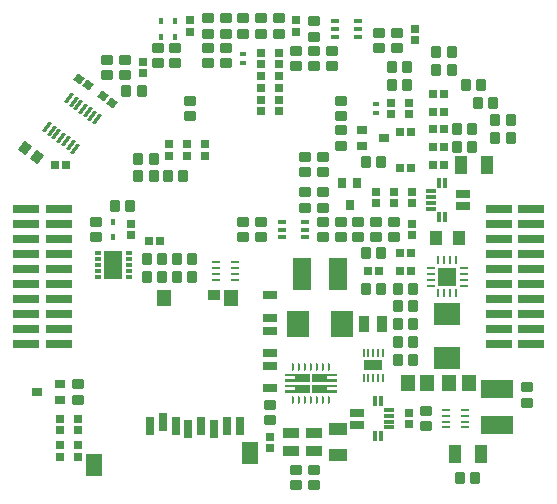
<source format=gbp>
G04*
G04 #@! TF.GenerationSoftware,Altium Limited,Altium Designer,24.4.1 (13)*
G04*
G04 Layer_Color=128*
%FSLAX44Y44*%
%MOMM*%
G71*
G04*
G04 #@! TF.SameCoordinates,80C5A69E-986F-416B-A988-7B454DC68AB1*
G04*
G04*
G04 #@! TF.FilePolarity,Positive*
G04*
G01*
G75*
G04:AMPARAMS|DCode=20|XSize=0.95mm|YSize=0.8mm|CornerRadius=0.1mm|HoleSize=0mm|Usage=FLASHONLY|Rotation=180.000|XOffset=0mm|YOffset=0mm|HoleType=Round|Shape=RoundedRectangle|*
%AMROUNDEDRECTD20*
21,1,0.9500,0.6000,0,0,180.0*
21,1,0.7500,0.8000,0,0,180.0*
1,1,0.2000,-0.3750,0.3000*
1,1,0.2000,0.3750,0.3000*
1,1,0.2000,0.3750,-0.3000*
1,1,0.2000,-0.3750,-0.3000*
%
%ADD20ROUNDEDRECTD20*%
G04:AMPARAMS|DCode=21|XSize=0.95mm|YSize=0.8mm|CornerRadius=0.1mm|HoleSize=0mm|Usage=FLASHONLY|Rotation=90.000|XOffset=0mm|YOffset=0mm|HoleType=Round|Shape=RoundedRectangle|*
%AMROUNDEDRECTD21*
21,1,0.9500,0.6000,0,0,90.0*
21,1,0.7500,0.8000,0,0,90.0*
1,1,0.2000,0.3000,0.3750*
1,1,0.2000,0.3000,-0.3750*
1,1,0.2000,-0.3000,-0.3750*
1,1,0.2000,-0.3000,0.3750*
%
%ADD21ROUNDEDRECTD21*%
%ADD29R,0.6725X0.7154*%
%ADD32R,0.7154X0.6725*%
%ADD66R,0.4000X0.4800*%
%ADD67R,0.9000X0.7000*%
%ADD68R,0.7000X0.9000*%
%ADD69R,1.5000X1.0000*%
%ADD70R,1.0000X1.5000*%
%ADD71R,0.5500X0.3500*%
%ADD72R,1.6200X2.4000*%
G04:AMPARAMS|DCode=74|XSize=0.24mm|YSize=0.6mm|CornerRadius=0.12mm|HoleSize=0mm|Usage=FLASHONLY|Rotation=0.000|XOffset=0mm|YOffset=0mm|HoleType=Round|Shape=RoundedRectangle|*
%AMROUNDEDRECTD74*
21,1,0.2400,0.3600,0,0,0.0*
21,1,0.0000,0.6000,0,0,0.0*
1,1,0.2400,0.0000,-0.1800*
1,1,0.2400,0.0000,-0.1800*
1,1,0.2400,0.0000,0.1800*
1,1,0.2400,0.0000,0.1800*
%
%ADD74ROUNDEDRECTD74*%
%ADD75R,0.8000X0.4000*%
%ADD76R,0.8000X1.5000*%
%ADD77R,1.3000X1.4000*%
%ADD78R,1.0000X0.9500*%
%ADD79R,1.4000X1.9000*%
G04:AMPARAMS|DCode=80|XSize=0.7154mm|YSize=0.6725mm|CornerRadius=0mm|HoleSize=0mm|Usage=FLASHONLY|Rotation=143.000|XOffset=0mm|YOffset=0mm|HoleType=Round|Shape=Rectangle|*
%AMROTATEDRECTD80*
4,1,4,0.4880,0.0533,0.0833,-0.4838,-0.4880,-0.0533,-0.0833,0.4838,0.4880,0.0533,0.0*
%
%ADD80ROTATEDRECTD80*%

G04:AMPARAMS|DCode=81|XSize=0.95mm|YSize=0.8mm|CornerRadius=0.1mm|HoleSize=0mm|Usage=FLASHONLY|Rotation=53.000|XOffset=0mm|YOffset=0mm|HoleType=Round|Shape=RoundedRectangle|*
%AMROUNDEDRECTD81*
21,1,0.9500,0.6000,0,0,53.0*
21,1,0.7500,0.8000,0,0,53.0*
1,1,0.2000,0.4653,0.1189*
1,1,0.2000,0.0139,-0.4800*
1,1,0.2000,-0.4653,-0.1189*
1,1,0.2000,-0.0139,0.4800*
%
%ADD81ROUNDEDRECTD81*%
G04:AMPARAMS|DCode=82|XSize=0.9779mm|YSize=0.3048mm|CornerRadius=0mm|HoleSize=0mm|Usage=FLASHONLY|Rotation=233.000|XOffset=0mm|YOffset=0mm|HoleType=Round|Shape=Rectangle|*
%AMROTATEDRECTD82*
4,1,4,0.1725,0.4822,0.4160,0.2988,-0.1725,-0.4822,-0.4160,-0.2988,0.1725,0.4822,0.0*
%
%ADD82ROTATEDRECTD82*%

%ADD83R,0.7112X0.2286*%
%ADD84R,1.6000X2.7000*%
%ADD85R,0.8500X0.3000*%
%ADD86R,0.3000X0.8500*%
%ADD88R,2.2860X1.8545*%
%ADD89R,1.2546X1.4562*%
%ADD90R,1.0000X1.2500*%
G04:AMPARAMS|DCode=91|XSize=0.25mm|YSize=0.6mm|CornerRadius=0.05mm|HoleSize=0mm|Usage=FLASHONLY|Rotation=0.000|XOffset=0mm|YOffset=0mm|HoleType=Round|Shape=RoundedRectangle|*
%AMROUNDEDRECTD91*
21,1,0.2500,0.5000,0,0,0.0*
21,1,0.1500,0.6000,0,0,0.0*
1,1,0.1000,0.0750,-0.2500*
1,1,0.1000,-0.0750,-0.2500*
1,1,0.1000,-0.0750,0.2500*
1,1,0.1000,0.0750,0.2500*
%
%ADD91ROUNDEDRECTD91*%
G04:AMPARAMS|DCode=92|XSize=0.25mm|YSize=0.6mm|CornerRadius=0.05mm|HoleSize=0mm|Usage=FLASHONLY|Rotation=90.000|XOffset=0mm|YOffset=0mm|HoleType=Round|Shape=RoundedRectangle|*
%AMROUNDEDRECTD92*
21,1,0.2500,0.5000,0,0,90.0*
21,1,0.1500,0.6000,0,0,90.0*
1,1,0.1000,0.2500,0.0750*
1,1,0.1000,0.2500,-0.0750*
1,1,0.1000,-0.2500,-0.0750*
1,1,0.1000,-0.2500,0.0750*
%
%ADD92ROUNDEDRECTD92*%
%ADD94R,2.7000X1.6000*%
%ADD95R,1.3500X0.9500*%
G04:AMPARAMS|DCode=96|XSize=1.5mm|YSize=0.9mm|CornerRadius=0.0495mm|HoleSize=0mm|Usage=FLASHONLY|Rotation=180.000|XOffset=0mm|YOffset=0mm|HoleType=Round|Shape=RoundedRectangle|*
%AMROUNDEDRECTD96*
21,1,1.5000,0.8010,0,0,180.0*
21,1,1.4010,0.9000,0,0,180.0*
1,1,0.0990,-0.7005,0.4005*
1,1,0.0990,0.7005,0.4005*
1,1,0.0990,0.7005,-0.4005*
1,1,0.0990,-0.7005,-0.4005*
%
%ADD96ROUNDEDRECTD96*%
G04:AMPARAMS|DCode=97|XSize=0.23mm|YSize=0.7mm|CornerRadius=0.0495mm|HoleSize=0mm|Usage=FLASHONLY|Rotation=180.000|XOffset=0mm|YOffset=0mm|HoleType=Round|Shape=RoundedRectangle|*
%AMROUNDEDRECTD97*
21,1,0.2300,0.6011,0,0,180.0*
21,1,0.1311,0.7000,0,0,180.0*
1,1,0.0989,-0.0656,0.3005*
1,1,0.0989,0.0656,0.3005*
1,1,0.0989,0.0656,-0.3005*
1,1,0.0989,-0.0656,-0.3005*
%
%ADD97ROUNDEDRECTD97*%
%ADD98R,0.9500X1.3500*%
%ADD99R,1.3000X0.7000*%
%ADD100R,1.8545X2.2860*%
%ADD101R,0.5000X0.4000*%
%ADD102R,2.2200X0.7400*%
%ADD103R,1.3000X0.8000*%
G04:AMPARAMS|DCode=123|XSize=1.55mm|YSize=1.55mm|CornerRadius=0.0465mm|HoleSize=0mm|Usage=FLASHONLY|Rotation=90.000|XOffset=0mm|YOffset=0mm|HoleType=Round|Shape=RoundedRectangle|*
%AMROUNDEDRECTD123*
21,1,1.5500,1.4570,0,0,90.0*
21,1,1.4570,1.5500,0,0,90.0*
1,1,0.0930,0.7285,0.7285*
1,1,0.0930,0.7285,-0.7285*
1,1,0.0930,-0.7285,-0.7285*
1,1,0.0930,-0.7285,0.7285*
%
%ADD123ROUNDEDRECTD123*%
G36*
X26500Y-82100D02*
X5500D01*
Y-84100D01*
X14000D01*
Y-86700D01*
X5500D01*
Y-88700D01*
X26500D01*
Y-82100D01*
D02*
G37*
G36*
Y-91300D02*
X5500D01*
Y-93300D01*
X14000D01*
Y-95900D01*
X5500D01*
Y-97900D01*
X26500D01*
Y-91300D01*
D02*
G37*
G36*
X28500Y-88700D02*
X49500D01*
Y-86700D01*
X41000D01*
Y-84100D01*
X49500D01*
Y-82100D01*
X28500D01*
Y-88700D01*
D02*
G37*
G36*
Y-97900D02*
X49500D01*
Y-95900D01*
X41000D01*
Y-93300D01*
X49500D01*
Y-91300D01*
X28500D01*
Y-97900D01*
D02*
G37*
D20*
X-102500Y181000D02*
D03*
Y194000D02*
D03*
X-87500Y181000D02*
D03*
Y194000D02*
D03*
X-45000D02*
D03*
Y181000D02*
D03*
X-145000Y171000D02*
D03*
Y184000D02*
D03*
X52500Y136000D02*
D03*
Y149000D02*
D03*
X15000Y-163500D02*
D03*
Y-176500D02*
D03*
X30000Y-176500D02*
D03*
Y-163500D02*
D03*
X-60000Y181000D02*
D03*
Y194000D02*
D03*
X15000Y178500D02*
D03*
Y191500D02*
D03*
X30000Y191500D02*
D03*
Y178500D02*
D03*
X30000Y216500D02*
D03*
Y203500D02*
D03*
X-155000Y33500D02*
D03*
Y46500D02*
D03*
X37500Y88500D02*
D03*
Y101500D02*
D03*
X22500Y101500D02*
D03*
Y88500D02*
D03*
X-75000Y149000D02*
D03*
Y136000D02*
D03*
X-170000Y-91000D02*
D03*
Y-104000D02*
D03*
X-45000Y206000D02*
D03*
Y219000D02*
D03*
X-30000Y206000D02*
D03*
Y219000D02*
D03*
X-60000Y206000D02*
D03*
Y219000D02*
D03*
X-15000Y206000D02*
D03*
Y219000D02*
D03*
X0Y206000D02*
D03*
Y219000D02*
D03*
X210000Y-106500D02*
D03*
Y-93500D02*
D03*
X22500Y58500D02*
D03*
Y71500D02*
D03*
X-30000Y46500D02*
D03*
Y33500D02*
D03*
X37500Y58500D02*
D03*
Y71500D02*
D03*
X-15000Y46500D02*
D03*
Y33500D02*
D03*
X37500Y46500D02*
D03*
Y33500D02*
D03*
X45000Y191500D02*
D03*
Y178500D02*
D03*
X125000Y-113500D02*
D03*
Y-126500D02*
D03*
X-7500Y-108500D02*
D03*
Y-121500D02*
D03*
X-130000Y171000D02*
D03*
Y184000D02*
D03*
X52500Y111000D02*
D03*
Y124000D02*
D03*
Y46500D02*
D03*
Y33500D02*
D03*
X67500Y33500D02*
D03*
Y46500D02*
D03*
X85000Y206500D02*
D03*
Y193500D02*
D03*
X100000Y206500D02*
D03*
Y193500D02*
D03*
X82500Y33500D02*
D03*
Y46500D02*
D03*
X97500Y46500D02*
D03*
Y33500D02*
D03*
D21*
X-119000Y100000D02*
D03*
X-106000D02*
D03*
X-81000Y85000D02*
D03*
X-94000D02*
D03*
X-106000D02*
D03*
X-119000D02*
D03*
X168500Y147500D02*
D03*
X181500D02*
D03*
X-73500Y0D02*
D03*
X-86500D02*
D03*
X-73500Y15000D02*
D03*
X-86500D02*
D03*
X164000Y125000D02*
D03*
X151000D02*
D03*
X151000Y110000D02*
D03*
X164000D02*
D03*
X96000Y162500D02*
D03*
X109000D02*
D03*
X96000Y177500D02*
D03*
X109000D02*
D03*
X-126000Y60000D02*
D03*
X-139000D02*
D03*
X86500Y-10000D02*
D03*
X73500D02*
D03*
X153500Y-170000D02*
D03*
X166500D02*
D03*
X114000Y-70000D02*
D03*
X101000D02*
D03*
X101000Y-25000D02*
D03*
X114000D02*
D03*
X101000Y-10000D02*
D03*
X114000D02*
D03*
X114000Y-40000D02*
D03*
X101000D02*
D03*
X114000Y-55000D02*
D03*
X101000D02*
D03*
X86500Y20000D02*
D03*
X73500D02*
D03*
X73500Y97500D02*
D03*
X86500D02*
D03*
X-116000Y157500D02*
D03*
X-129000D02*
D03*
X133500Y175000D02*
D03*
X146500D02*
D03*
X133500Y190000D02*
D03*
X146500D02*
D03*
X196500Y132500D02*
D03*
X183500D02*
D03*
X196500Y117500D02*
D03*
X183500D02*
D03*
X171500Y162500D02*
D03*
X158500D02*
D03*
X-111500Y0D02*
D03*
X-98500D02*
D03*
X-111500Y15000D02*
D03*
X-98500D02*
D03*
D29*
X97500Y62714D02*
D03*
Y72286D02*
D03*
X-92500Y102714D02*
D03*
Y112286D02*
D03*
X-185000Y-142714D02*
D03*
Y-152286D02*
D03*
X-170000Y-142714D02*
D03*
Y-152286D02*
D03*
X-185000Y-129786D02*
D03*
Y-120214D02*
D03*
X-170000Y-129786D02*
D03*
Y-120214D02*
D03*
X112500Y62714D02*
D03*
Y72286D02*
D03*
X-7500Y-135214D02*
D03*
Y-144786D02*
D03*
X110000Y-124786D02*
D03*
Y-115214D02*
D03*
X15000Y207714D02*
D03*
Y217286D02*
D03*
X-15000Y140214D02*
D03*
Y149786D02*
D03*
X0Y140214D02*
D03*
Y149786D02*
D03*
X-62500Y112286D02*
D03*
Y102714D02*
D03*
X-77500Y112286D02*
D03*
Y102714D02*
D03*
X-75000Y207714D02*
D03*
Y217286D02*
D03*
X0Y180214D02*
D03*
Y189786D02*
D03*
Y169786D02*
D03*
Y160214D02*
D03*
X-15000Y169786D02*
D03*
Y160214D02*
D03*
Y180214D02*
D03*
Y189786D02*
D03*
X-115000Y172714D02*
D03*
Y182286D02*
D03*
X110000Y147286D02*
D03*
Y137714D02*
D03*
X95000Y147286D02*
D03*
Y137714D02*
D03*
X82500Y72286D02*
D03*
Y62714D02*
D03*
X112500Y35214D02*
D03*
Y44786D02*
D03*
X115000Y209786D02*
D03*
Y200214D02*
D03*
X-125000Y35214D02*
D03*
Y44786D02*
D03*
D32*
X139786Y95000D02*
D03*
X130214D02*
D03*
X102714Y5000D02*
D03*
X112286D02*
D03*
X112286Y20000D02*
D03*
X102714D02*
D03*
X75214Y5000D02*
D03*
X84786D02*
D03*
X130214Y110000D02*
D03*
X139786D02*
D03*
X102714Y92500D02*
D03*
X112286D02*
D03*
X130214Y125000D02*
D03*
X139786D02*
D03*
X130214Y140000D02*
D03*
X139786D02*
D03*
X112286Y122500D02*
D03*
X102714D02*
D03*
X130214Y155000D02*
D03*
X139786D02*
D03*
X-189786Y95000D02*
D03*
X-180214D02*
D03*
X-109786Y30000D02*
D03*
X-100214D02*
D03*
D66*
X-100000Y216600D02*
D03*
Y203400D02*
D03*
X-87500Y216600D02*
D03*
Y203400D02*
D03*
X-140000Y33400D02*
D03*
Y46600D02*
D03*
D67*
X89500Y117500D02*
D03*
X70500Y124000D02*
D03*
Y111000D02*
D03*
X-185500Y-91000D02*
D03*
Y-104000D02*
D03*
X-204500Y-97500D02*
D03*
D68*
X53500Y79500D02*
D03*
X66500D02*
D03*
X60000Y60500D02*
D03*
D69*
X50000Y-129000D02*
D03*
Y-151000D02*
D03*
D70*
X149000Y-150000D02*
D03*
X171000D02*
D03*
X154000Y95000D02*
D03*
X176000D02*
D03*
D71*
X-152850Y0D02*
D03*
Y5000D02*
D03*
Y10000D02*
D03*
Y15000D02*
D03*
Y20000D02*
D03*
X-127150Y0D02*
D03*
Y5000D02*
D03*
Y10000D02*
D03*
Y15000D02*
D03*
Y20000D02*
D03*
D72*
X-140000Y10000D02*
D03*
D74*
X12500Y-104000D02*
D03*
X17500D02*
D03*
X22500D02*
D03*
X27500D02*
D03*
X32500D02*
D03*
X37500D02*
D03*
X42500D02*
D03*
Y-76000D02*
D03*
X37500D02*
D03*
X32500D02*
D03*
X27500D02*
D03*
X22500D02*
D03*
X17500D02*
D03*
X12500D02*
D03*
D75*
X48000Y216500D02*
D03*
Y210000D02*
D03*
Y203500D02*
D03*
X67000D02*
D03*
Y210000D02*
D03*
Y216500D02*
D03*
X3000Y33500D02*
D03*
Y40000D02*
D03*
Y46500D02*
D03*
X22000D02*
D03*
Y40000D02*
D03*
Y33500D02*
D03*
D76*
X-76400Y-128600D02*
D03*
X-32400Y-126600D02*
D03*
X-43400D02*
D03*
X-54400Y-128600D02*
D03*
X-65400Y-126600D02*
D03*
X-87400D02*
D03*
X-98400Y-122600D02*
D03*
X-109400Y-126600D02*
D03*
D77*
X-40500Y-18000D02*
D03*
X-97500D02*
D03*
D78*
X-54400Y-15750D02*
D03*
D79*
X-24500Y-149500D02*
D03*
X-156000Y-159500D02*
D03*
D80*
X-161178Y162120D02*
D03*
X-168822Y167880D02*
D03*
X-148822Y152880D02*
D03*
X-141178Y147120D02*
D03*
D81*
X-204809Y101088D02*
D03*
X-215191Y108912D02*
D03*
D82*
X-177696Y151353D02*
D03*
X-173702Y148343D02*
D03*
X-169708Y145333D02*
D03*
X-165714Y142323D02*
D03*
X-161719Y139313D02*
D03*
X-157725Y136304D02*
D03*
X-153731Y133294D02*
D03*
X-172304Y108647D02*
D03*
X-176298Y111657D02*
D03*
X-180292Y114667D02*
D03*
X-184286Y117677D02*
D03*
X-188281Y120687D02*
D03*
X-192275Y123696D02*
D03*
X-196269Y126706D02*
D03*
D83*
X-53001Y-2502D02*
D03*
Y2499D02*
D03*
Y7501D02*
D03*
Y12502D02*
D03*
X-36999D02*
D03*
Y7501D02*
D03*
Y2499D02*
D03*
Y-2502D02*
D03*
X141999Y-127502D02*
D03*
Y-122501D02*
D03*
Y-117499D02*
D03*
Y-112498D02*
D03*
X158001D02*
D03*
Y-117499D02*
D03*
Y-122501D02*
D03*
Y-127502D02*
D03*
D84*
X50000Y2500D02*
D03*
X20000D02*
D03*
D85*
X129020Y57500D02*
D03*
Y62500D02*
D03*
Y67500D02*
D03*
Y72500D02*
D03*
X93480Y-112500D02*
D03*
Y-117500D02*
D03*
Y-122500D02*
D03*
Y-127500D02*
D03*
D86*
X136020Y79500D02*
D03*
X141020D02*
D03*
X136020Y50500D02*
D03*
X141020D02*
D03*
X86480Y-134500D02*
D03*
X81480D02*
D03*
X86480Y-105500D02*
D03*
X81480D02*
D03*
D88*
X142500Y-68923D02*
D03*
Y-31077D02*
D03*
D89*
X144242Y-90000D02*
D03*
X160758D02*
D03*
X125758D02*
D03*
X109242D02*
D03*
D90*
X153000Y33000D02*
D03*
X133000D02*
D03*
D91*
X150000Y-14000D02*
D03*
X145000D02*
D03*
X140000D02*
D03*
X135000D02*
D03*
Y14000D02*
D03*
X140000D02*
D03*
X145000D02*
D03*
X150000D02*
D03*
D92*
X128500Y-7500D02*
D03*
Y-2500D02*
D03*
Y2500D02*
D03*
Y7500D02*
D03*
X156500D02*
D03*
Y2500D02*
D03*
Y-2500D02*
D03*
Y-7500D02*
D03*
D94*
X185000Y-95000D02*
D03*
Y-125000D02*
D03*
D95*
X30000Y-132500D02*
D03*
Y-147500D02*
D03*
X10000Y-132500D02*
D03*
Y-147500D02*
D03*
D96*
X80000Y-75000D02*
D03*
D97*
X72000Y-64500D02*
D03*
X76000D02*
D03*
X80000D02*
D03*
X84000D02*
D03*
X88000D02*
D03*
X72000Y-85500D02*
D03*
X76000D02*
D03*
X80000D02*
D03*
X84000D02*
D03*
X88000D02*
D03*
D98*
X72500Y-40000D02*
D03*
X87500D02*
D03*
D99*
X-7500Y-64500D02*
D03*
Y-45500D02*
D03*
Y-75500D02*
D03*
Y-94500D02*
D03*
Y-15500D02*
D03*
Y-34500D02*
D03*
D100*
X16078Y-40000D02*
D03*
X53923D02*
D03*
D101*
X-30000Y189000D02*
D03*
Y181000D02*
D03*
X82500Y138500D02*
D03*
Y146500D02*
D03*
D102*
X213650Y-57150D02*
D03*
Y-44450D02*
D03*
Y-31750D02*
D03*
Y-19050D02*
D03*
Y-6350D02*
D03*
Y6350D02*
D03*
Y19050D02*
D03*
Y31750D02*
D03*
Y44450D02*
D03*
Y57150D02*
D03*
X186350Y-57150D02*
D03*
Y-44450D02*
D03*
Y-31750D02*
D03*
Y-19050D02*
D03*
Y-6350D02*
D03*
Y6350D02*
D03*
Y19050D02*
D03*
Y31750D02*
D03*
Y44450D02*
D03*
Y57150D02*
D03*
X-186350Y-57150D02*
D03*
Y-44450D02*
D03*
Y-31750D02*
D03*
Y-19050D02*
D03*
Y-6350D02*
D03*
Y6350D02*
D03*
Y19050D02*
D03*
Y31750D02*
D03*
Y44450D02*
D03*
Y57150D02*
D03*
X-213650Y-57150D02*
D03*
Y-44450D02*
D03*
Y-31750D02*
D03*
Y-19050D02*
D03*
Y-6350D02*
D03*
Y6350D02*
D03*
Y19050D02*
D03*
Y31750D02*
D03*
Y44450D02*
D03*
Y57150D02*
D03*
D103*
X156020Y60000D02*
D03*
Y70000D02*
D03*
X66480Y-115000D02*
D03*
Y-125000D02*
D03*
D123*
X142500Y0D02*
D03*
M02*

</source>
